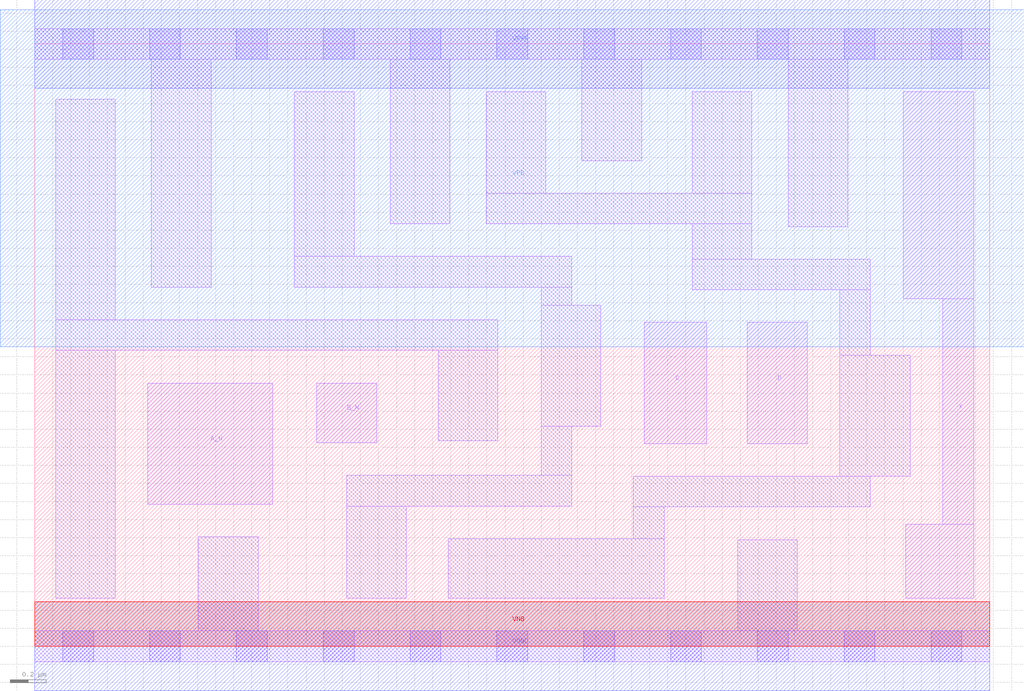
<source format=lef>
# Copyright 2020 The SkyWater PDK Authors
#
# Licensed under the Apache License, Version 2.0 (the "License");
# you may not use this file except in compliance with the License.
# You may obtain a copy of the License at
#
#     https://www.apache.org/licenses/LICENSE-2.0
#
# Unless required by applicable law or agreed to in writing, software
# distributed under the License is distributed on an "AS IS" BASIS,
# WITHOUT WARRANTIES OR CONDITIONS OF ANY KIND, either express or implied.
# See the License for the specific language governing permissions and
# limitations under the License.
#
# SPDX-License-Identifier: Apache-2.0

VERSION 5.7 ;
  NOWIREEXTENSIONATPIN ON ;
  DIVIDERCHAR "/" ;
  BUSBITCHARS "[]" ;
MACRO sky130_fd_sc_lp__and4bb_lp
  CLASS CORE ;
  FOREIGN sky130_fd_sc_lp__and4bb_lp ;
  ORIGIN  0.000000  0.000000 ;
  SIZE  5.280000 BY  3.330000 ;
  SYMMETRY X Y R90 ;
  SITE unit ;
  PIN A_N
    ANTENNAGATEAREA  0.376000 ;
    DIRECTION INPUT ;
    USE SIGNAL ;
    PORT
      LAYER li1 ;
        RECT 0.625000 0.785000 1.315000 1.455000 ;
    END
  END A_N
  PIN B_N
    ANTENNAGATEAREA  0.376000 ;
    DIRECTION INPUT ;
    USE SIGNAL ;
    PORT
      LAYER li1 ;
        RECT 1.560000 1.125000 1.890000 1.455000 ;
    END
  END B_N
  PIN C
    ANTENNAGATEAREA  0.313000 ;
    DIRECTION INPUT ;
    USE SIGNAL ;
    PORT
      LAYER li1 ;
        RECT 3.370000 1.120000 3.715000 1.790000 ;
    END
  END C
  PIN D
    ANTENNAGATEAREA  0.313000 ;
    DIRECTION INPUT ;
    USE SIGNAL ;
    PORT
      LAYER li1 ;
        RECT 3.940000 1.120000 4.270000 1.790000 ;
    END
  END D
  PIN X
    ANTENNADIFFAREA  0.404700 ;
    DIRECTION OUTPUT ;
    USE SIGNAL ;
    PORT
      LAYER li1 ;
        RECT 4.800000 1.920000 5.190000 3.065000 ;
        RECT 4.815000 0.265000 5.190000 0.675000 ;
        RECT 5.020000 0.675000 5.190000 1.920000 ;
    END
  END X
  PIN VGND
    DIRECTION INOUT ;
    USE GROUND ;
    PORT
      LAYER met1 ;
        RECT 0.000000 -0.245000 5.280000 0.245000 ;
    END
  END VGND
  PIN VNB
    DIRECTION INOUT ;
    USE GROUND ;
    PORT
      LAYER pwell ;
        RECT 0.000000 0.000000 5.280000 0.245000 ;
    END
  END VNB
  PIN VPB
    DIRECTION INOUT ;
    USE POWER ;
    PORT
      LAYER nwell ;
        RECT -0.190000 1.655000 5.470000 3.520000 ;
    END
  END VPB
  PIN VPWR
    DIRECTION INOUT ;
    USE POWER ;
    PORT
      LAYER met1 ;
        RECT 0.000000 3.085000 5.280000 3.575000 ;
    END
  END VPWR
  OBS
    LAYER li1 ;
      RECT 0.000000 -0.085000 5.280000 0.085000 ;
      RECT 0.000000  3.245000 5.280000 3.415000 ;
      RECT 0.115000  0.265000 0.445000 1.635000 ;
      RECT 0.115000  1.635000 2.560000 1.805000 ;
      RECT 0.115000  1.805000 0.445000 3.025000 ;
      RECT 0.645000  1.985000 0.975000 3.245000 ;
      RECT 0.905000  0.085000 1.235000 0.605000 ;
      RECT 1.435000  1.985000 2.970000 2.155000 ;
      RECT 1.435000  2.155000 1.765000 3.065000 ;
      RECT 1.725000  0.265000 2.055000 0.775000 ;
      RECT 1.725000  0.775000 2.970000 0.945000 ;
      RECT 1.965000  2.335000 2.295000 3.245000 ;
      RECT 2.230000  1.135000 2.560000 1.635000 ;
      RECT 2.285000  0.265000 3.480000 0.595000 ;
      RECT 2.495000  2.335000 3.965000 2.505000 ;
      RECT 2.495000  2.505000 2.825000 3.065000 ;
      RECT 2.800000  0.945000 2.970000 1.215000 ;
      RECT 2.800000  1.215000 3.130000 1.885000 ;
      RECT 2.800000  1.885000 2.970000 1.985000 ;
      RECT 3.025000  2.685000 3.355000 3.245000 ;
      RECT 3.310000  0.595000 3.480000 0.770000 ;
      RECT 3.310000  0.770000 4.620000 0.940000 ;
      RECT 3.635000  1.970000 4.620000 2.140000 ;
      RECT 3.635000  2.140000 3.965000 2.335000 ;
      RECT 3.635000  2.505000 3.965000 3.065000 ;
      RECT 3.885000  0.085000 4.215000 0.590000 ;
      RECT 4.165000  2.320000 4.495000 3.245000 ;
      RECT 4.450000  0.940000 4.840000 1.610000 ;
      RECT 4.450000  1.610000 4.620000 1.970000 ;
    LAYER mcon ;
      RECT 0.155000 -0.085000 0.325000 0.085000 ;
      RECT 0.155000  3.245000 0.325000 3.415000 ;
      RECT 0.635000 -0.085000 0.805000 0.085000 ;
      RECT 0.635000  3.245000 0.805000 3.415000 ;
      RECT 1.115000 -0.085000 1.285000 0.085000 ;
      RECT 1.115000  3.245000 1.285000 3.415000 ;
      RECT 1.595000 -0.085000 1.765000 0.085000 ;
      RECT 1.595000  3.245000 1.765000 3.415000 ;
      RECT 2.075000 -0.085000 2.245000 0.085000 ;
      RECT 2.075000  3.245000 2.245000 3.415000 ;
      RECT 2.555000 -0.085000 2.725000 0.085000 ;
      RECT 2.555000  3.245000 2.725000 3.415000 ;
      RECT 3.035000 -0.085000 3.205000 0.085000 ;
      RECT 3.035000  3.245000 3.205000 3.415000 ;
      RECT 3.515000 -0.085000 3.685000 0.085000 ;
      RECT 3.515000  3.245000 3.685000 3.415000 ;
      RECT 3.995000 -0.085000 4.165000 0.085000 ;
      RECT 3.995000  3.245000 4.165000 3.415000 ;
      RECT 4.475000 -0.085000 4.645000 0.085000 ;
      RECT 4.475000  3.245000 4.645000 3.415000 ;
      RECT 4.955000 -0.085000 5.125000 0.085000 ;
      RECT 4.955000  3.245000 5.125000 3.415000 ;
  END
END sky130_fd_sc_lp__and4bb_lp
END LIBRARY

</source>
